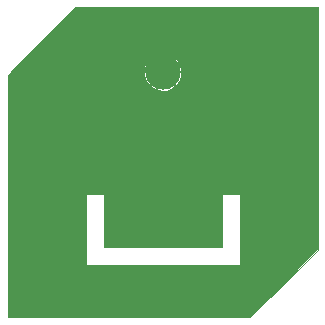
<source format=gbr>
%TF.GenerationSoftware,KiCad,Pcbnew,(5.1.4)-1*%
%TF.CreationDate,2020-10-17T09:34:39+00:00*%
%TF.ProjectId,Patch,50617463-682e-46b6-9963-61645f706362,v1.0*%
%TF.SameCoordinates,Original*%
%TF.FileFunction,Copper,L1,Top*%
%TF.FilePolarity,Positive*%
%FSLAX46Y46*%
G04 Gerber Fmt 4.6, Leading zero omitted, Abs format (unit mm)*
G04 Created by KiCad (PCBNEW (5.1.4)-1) date 2020-10-17 09:34:39*
%MOMM*%
%LPD*%
G04 APERTURE LIST*
%TA.AperFunction,ComponentPad*%
%ADD10C,3.000000*%
%TD*%
%TA.AperFunction,Conductor*%
%ADD11C,0.025400*%
%TD*%
G04 APERTURE END LIST*
D10*
%TO.P,J1,1*%
%TO.N,/RF_COPPER*%
X98818700Y-49860200D03*
%TD*%
D11*
%TO.N,/RF_COPPER*%
G36*
X111937500Y-64900147D02*
G01*
X106244647Y-70593000D01*
X85711900Y-70593000D01*
X85711900Y-60174700D01*
X92311500Y-60174700D01*
X92311500Y-66175700D01*
X92311744Y-66178178D01*
X92312467Y-66180560D01*
X92313640Y-66182756D01*
X92315220Y-66184680D01*
X92317144Y-66186260D01*
X92319340Y-66187433D01*
X92321722Y-66188156D01*
X92324200Y-66188400D01*
X105325200Y-66188400D01*
X105327678Y-66188156D01*
X105330060Y-66187433D01*
X105332256Y-66186260D01*
X105334180Y-66184680D01*
X105335760Y-66182756D01*
X105336933Y-66180560D01*
X105337656Y-66178178D01*
X105337900Y-66175700D01*
X105337900Y-60174700D01*
X105337656Y-60172222D01*
X105336933Y-60169840D01*
X105335760Y-60167644D01*
X105334180Y-60165720D01*
X105332256Y-60164140D01*
X105330060Y-60162967D01*
X105327678Y-60162244D01*
X105325200Y-60162000D01*
X103824200Y-60162000D01*
X103821722Y-60162244D01*
X103819340Y-60162967D01*
X103817144Y-60164140D01*
X103815220Y-60165720D01*
X103813640Y-60167644D01*
X103812467Y-60169840D01*
X103811744Y-60172222D01*
X103811500Y-60174700D01*
X103811500Y-64662000D01*
X93837900Y-64662000D01*
X93837900Y-60174700D01*
X93837656Y-60172222D01*
X93836933Y-60169840D01*
X93835760Y-60167644D01*
X93834180Y-60165720D01*
X93832256Y-60164140D01*
X93830060Y-60162967D01*
X93827678Y-60162244D01*
X93825200Y-60162000D01*
X92324200Y-60162000D01*
X92321722Y-60162244D01*
X92319340Y-60162967D01*
X92317144Y-60164140D01*
X92315220Y-60165720D01*
X92313640Y-60167644D01*
X92312467Y-60169840D01*
X92311744Y-60172222D01*
X92311500Y-60174700D01*
X85711900Y-60174700D01*
X85711900Y-50969006D01*
X97727996Y-50969006D01*
X97905519Y-51138862D01*
X98172520Y-51292445D01*
X98464353Y-51390989D01*
X98769804Y-51430705D01*
X99077134Y-51410067D01*
X99374533Y-51329869D01*
X99650571Y-51193192D01*
X99731881Y-51138862D01*
X99909404Y-50969006D01*
X98818700Y-49878302D01*
X97727996Y-50969006D01*
X85711900Y-50969006D01*
X85711900Y-50060253D01*
X85960849Y-49811304D01*
X97248195Y-49811304D01*
X97268833Y-50118634D01*
X97349031Y-50416033D01*
X97485708Y-50692071D01*
X97540038Y-50773381D01*
X97709894Y-50950904D01*
X98800598Y-49860200D01*
X98836802Y-49860200D01*
X99927506Y-50950904D01*
X100097362Y-50773381D01*
X100250945Y-50506380D01*
X100349489Y-50214547D01*
X100389205Y-49909096D01*
X100368567Y-49601766D01*
X100288369Y-49304367D01*
X100151692Y-49028329D01*
X100097362Y-48947019D01*
X99927506Y-48769496D01*
X98836802Y-49860200D01*
X98800598Y-49860200D01*
X97709894Y-48769496D01*
X97540038Y-48947019D01*
X97386455Y-49214020D01*
X97287911Y-49505853D01*
X97248195Y-49811304D01*
X85960849Y-49811304D01*
X87020759Y-48751394D01*
X97727996Y-48751394D01*
X98818700Y-49842098D01*
X99909404Y-48751394D01*
X99731881Y-48581538D01*
X99464880Y-48427955D01*
X99173047Y-48329411D01*
X98867596Y-48289695D01*
X98560266Y-48310333D01*
X98262867Y-48390531D01*
X97986829Y-48527208D01*
X97905519Y-48581538D01*
X97727996Y-48751394D01*
X87020759Y-48751394D01*
X91404753Y-44367400D01*
X111937500Y-44367400D01*
X111937500Y-64900147D01*
X111937500Y-64900147D01*
G37*
X111937500Y-64900147D02*
X106244647Y-70593000D01*
X85711900Y-70593000D01*
X85711900Y-60174700D01*
X92311500Y-60174700D01*
X92311500Y-66175700D01*
X92311744Y-66178178D01*
X92312467Y-66180560D01*
X92313640Y-66182756D01*
X92315220Y-66184680D01*
X92317144Y-66186260D01*
X92319340Y-66187433D01*
X92321722Y-66188156D01*
X92324200Y-66188400D01*
X105325200Y-66188400D01*
X105327678Y-66188156D01*
X105330060Y-66187433D01*
X105332256Y-66186260D01*
X105334180Y-66184680D01*
X105335760Y-66182756D01*
X105336933Y-66180560D01*
X105337656Y-66178178D01*
X105337900Y-66175700D01*
X105337900Y-60174700D01*
X105337656Y-60172222D01*
X105336933Y-60169840D01*
X105335760Y-60167644D01*
X105334180Y-60165720D01*
X105332256Y-60164140D01*
X105330060Y-60162967D01*
X105327678Y-60162244D01*
X105325200Y-60162000D01*
X103824200Y-60162000D01*
X103821722Y-60162244D01*
X103819340Y-60162967D01*
X103817144Y-60164140D01*
X103815220Y-60165720D01*
X103813640Y-60167644D01*
X103812467Y-60169840D01*
X103811744Y-60172222D01*
X103811500Y-60174700D01*
X103811500Y-64662000D01*
X93837900Y-64662000D01*
X93837900Y-60174700D01*
X93837656Y-60172222D01*
X93836933Y-60169840D01*
X93835760Y-60167644D01*
X93834180Y-60165720D01*
X93832256Y-60164140D01*
X93830060Y-60162967D01*
X93827678Y-60162244D01*
X93825200Y-60162000D01*
X92324200Y-60162000D01*
X92321722Y-60162244D01*
X92319340Y-60162967D01*
X92317144Y-60164140D01*
X92315220Y-60165720D01*
X92313640Y-60167644D01*
X92312467Y-60169840D01*
X92311744Y-60172222D01*
X92311500Y-60174700D01*
X85711900Y-60174700D01*
X85711900Y-50969006D01*
X97727996Y-50969006D01*
X97905519Y-51138862D01*
X98172520Y-51292445D01*
X98464353Y-51390989D01*
X98769804Y-51430705D01*
X99077134Y-51410067D01*
X99374533Y-51329869D01*
X99650571Y-51193192D01*
X99731881Y-51138862D01*
X99909404Y-50969006D01*
X98818700Y-49878302D01*
X97727996Y-50969006D01*
X85711900Y-50969006D01*
X85711900Y-50060253D01*
X85960849Y-49811304D01*
X97248195Y-49811304D01*
X97268833Y-50118634D01*
X97349031Y-50416033D01*
X97485708Y-50692071D01*
X97540038Y-50773381D01*
X97709894Y-50950904D01*
X98800598Y-49860200D01*
X98836802Y-49860200D01*
X99927506Y-50950904D01*
X100097362Y-50773381D01*
X100250945Y-50506380D01*
X100349489Y-50214547D01*
X100389205Y-49909096D01*
X100368567Y-49601766D01*
X100288369Y-49304367D01*
X100151692Y-49028329D01*
X100097362Y-48947019D01*
X99927506Y-48769496D01*
X98836802Y-49860200D01*
X98800598Y-49860200D01*
X97709894Y-48769496D01*
X97540038Y-48947019D01*
X97386455Y-49214020D01*
X97287911Y-49505853D01*
X97248195Y-49811304D01*
X85960849Y-49811304D01*
X87020759Y-48751394D01*
X97727996Y-48751394D01*
X98818700Y-49842098D01*
X99909404Y-48751394D01*
X99731881Y-48581538D01*
X99464880Y-48427955D01*
X99173047Y-48329411D01*
X98867596Y-48289695D01*
X98560266Y-48310333D01*
X98262867Y-48390531D01*
X97986829Y-48527208D01*
X97905519Y-48581538D01*
X97727996Y-48751394D01*
X87020759Y-48751394D01*
X91404753Y-44367400D01*
X111937500Y-44367400D01*
X111937500Y-64900147D01*
%TD*%
M02*

</source>
